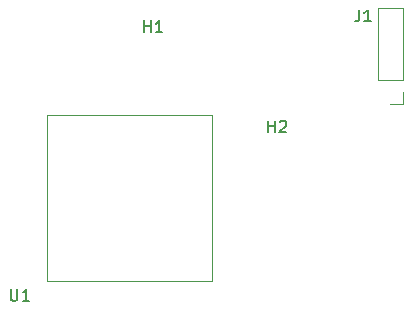
<source format=gbr>
%TF.GenerationSoftware,KiCad,Pcbnew,(6.0.1)*%
%TF.CreationDate,2022-03-24T22:12:31-07:00*%
%TF.ProjectId,CStick,43537469-636b-42e6-9b69-6361645f7063,rev?*%
%TF.SameCoordinates,Original*%
%TF.FileFunction,Legend,Top*%
%TF.FilePolarity,Positive*%
%FSLAX46Y46*%
G04 Gerber Fmt 4.6, Leading zero omitted, Abs format (unit mm)*
G04 Created by KiCad (PCBNEW (6.0.1)) date 2022-03-24 22:12:31*
%MOMM*%
%LPD*%
G01*
G04 APERTURE LIST*
%ADD10C,0.150000*%
%ADD11C,0.120000*%
%ADD12C,0.100000*%
G04 APERTURE END LIST*
D10*
%TO.C,H1*%
X151238095Y-85952380D02*
X151238095Y-84952380D01*
X151238095Y-85428571D02*
X151809523Y-85428571D01*
X151809523Y-85952380D02*
X151809523Y-84952380D01*
X152809523Y-85952380D02*
X152238095Y-85952380D01*
X152523809Y-85952380D02*
X152523809Y-84952380D01*
X152428571Y-85095238D01*
X152333333Y-85190476D01*
X152238095Y-85238095D01*
%TO.C,H2*%
X161738095Y-94452380D02*
X161738095Y-93452380D01*
X161738095Y-93928571D02*
X162309523Y-93928571D01*
X162309523Y-94452380D02*
X162309523Y-93452380D01*
X162738095Y-93547619D02*
X162785714Y-93500000D01*
X162880952Y-93452380D01*
X163119047Y-93452380D01*
X163214285Y-93500000D01*
X163261904Y-93547619D01*
X163309523Y-93642857D01*
X163309523Y-93738095D01*
X163261904Y-93880952D01*
X162690476Y-94452380D01*
X163309523Y-94452380D01*
%TO.C,J1*%
X169466666Y-84052380D02*
X169466666Y-84766666D01*
X169419047Y-84909523D01*
X169323809Y-85004761D01*
X169180952Y-85052380D01*
X169085714Y-85052380D01*
X170466666Y-85052380D02*
X169895238Y-85052380D01*
X170180952Y-85052380D02*
X170180952Y-84052380D01*
X170085714Y-84195238D01*
X169990476Y-84290476D01*
X169895238Y-84338095D01*
%TO.C,U1*%
X139963095Y-107702380D02*
X139963095Y-108511904D01*
X140010714Y-108607142D01*
X140058333Y-108654761D01*
X140153571Y-108702380D01*
X140344047Y-108702380D01*
X140439285Y-108654761D01*
X140486904Y-108607142D01*
X140534523Y-108511904D01*
X140534523Y-107702380D01*
X141534523Y-108702380D02*
X140963095Y-108702380D01*
X141248809Y-108702380D02*
X141248809Y-107702380D01*
X141153571Y-107845238D01*
X141058333Y-107940476D01*
X140963095Y-107988095D01*
D11*
%TO.C,J1*%
X173160000Y-83940000D02*
X171040000Y-83940000D01*
X171040000Y-90000000D02*
X171040000Y-83940000D01*
X173160000Y-90000000D02*
X173160000Y-83940000D01*
X173160000Y-90000000D02*
X171040000Y-90000000D01*
X173160000Y-91000000D02*
X173160000Y-92060000D01*
X173160000Y-92060000D02*
X172100000Y-92060000D01*
D12*
%TO.C,U1*%
X143000000Y-107000000D02*
X143000000Y-93000000D01*
X157000000Y-93000000D02*
X143000000Y-93000000D01*
X157000000Y-107000000D02*
X157000000Y-93000000D01*
X157000000Y-107000000D02*
X143000000Y-107000000D01*
%TD*%
M02*

</source>
